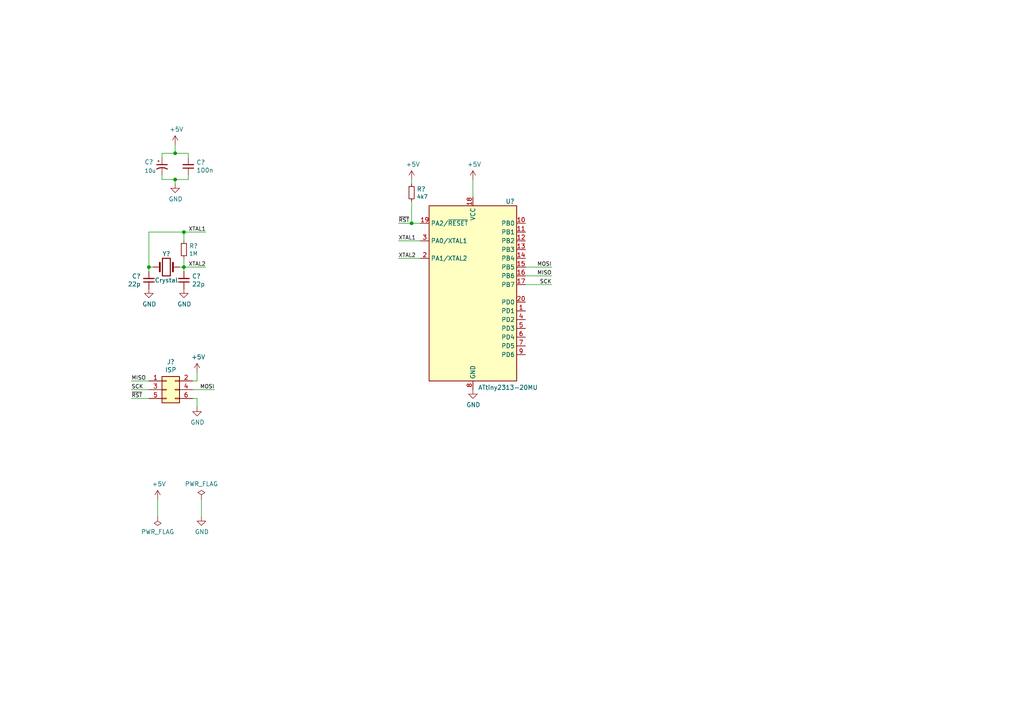
<source format=kicad_sch>
(kicad_sch (version 20211123) (generator eeschema)
  (paper "A4")
  (lib_symbols
    (symbol "Connector_Generic:Conn_02x03_Odd_Even" (pin_names (offset 1.016) hide)
      (property "Reference" "J" (at 1.27 5.08 0))
      (property "Value" "Conn_02x03_Odd_Even" (at 1.27 -5.08 0))
      (symbol "Conn_02x03_Odd_Even_1_1"
        (rectangle (start -1.27 -2.413) (end 0 -2.667) (stroke (width 0.1524)))
        (rectangle (start -1.27 0.127) (end 0 -0.127) (stroke (width 0.1524)))
        (rectangle (start -1.27 2.667) (end 0 2.413) (stroke (width 0.1524)))
        (rectangle (start -1.27 3.81) (end 3.81 -3.81) (stroke (width 0.254)) (fill (type background)))
        (rectangle (start 3.81 -2.413) (end 2.54 -2.667) (stroke (width 0.1524)))
        (rectangle (start 3.81 0.127) (end 2.54 -0.127) (stroke (width 0.1524)))
        (rectangle (start 3.81 2.667) (end 2.54 2.413) (stroke (width 0.1524)))
        (pin passive line (at -5.08 2.54 0) (length 3.81) (name "Pin_1") (number "1"))
        (pin passive line (at 7.62 2.54 180) (length 3.81) (name "Pin_2") (number "2"))
        (pin passive line (at -5.08 0 0) (length 3.81) (name "Pin_3") (number "3"))
        (pin passive line (at 7.62 0 180) (length 3.81) (name "Pin_4") (number "4"))
        (pin passive line (at -5.08 -2.54 0) (length 3.81) (name "Pin_5") (number "5"))
        (pin passive line (at 7.62 -2.54 180) (length 3.81) (name "Pin_6") (number "6"))
      )
    )
    (symbol "Device:CP1_Small" (pin_numbers hide) (pin_names (offset 0.254) hide)
      (property "Reference" "C" (at 0.254 1.778 0))
      (property "Value" "Device_CP1_Small" (at 0.254 -2.032 0))
      (symbol "CP1_Small_0_1"
        (polyline (pts (xy -1.524 0.508) (xy 1.524 0.508)) (stroke (width 0.3048)))
        (polyline (pts (xy -1.27 1.524) (xy -0.762 1.524)))
        (polyline (pts (xy -1.016 1.27) (xy -1.016 1.778)))
        (arc (start 1.524 -0.762) (mid 0 -0.3734) (end -1.524 -0.762) (stroke (width 0.3048)))
      )
      (symbol "CP1_Small_1_1"
        (pin passive line (at 0 2.54 270) (length 2.032) (name "~") (number "1"))
        (pin passive line (at 0 -2.54 90) (length 2.032) (name "~") (number "2"))
      )
    )
    (symbol "Device:C_Small" (pin_numbers hide) (pin_names (offset 0.254) hide)
      (property "Reference" "C" (at 0.254 1.778 0))
      (property "Value" "C_Small" (at 0.254 -2.032 0))
      (symbol "C_Small_0_1"
        (polyline (pts (xy -1.524 -0.508) (xy 1.524 -0.508)) (stroke (width 0.3302)))
        (polyline (pts (xy -1.524 0.508) (xy 1.524 0.508)) (stroke (width 0.3048)))
      )
      (symbol "C_Small_1_1"
        (pin passive line (at 0 2.54 270) (length 2.032) (name "~") (number "1"))
        (pin passive line (at 0 -2.54 90) (length 2.032) (name "~") (number "2"))
      )
    )
    (symbol "Device:Crystal" (pin_numbers hide) (pin_names (offset 1.016) hide)
      (property "Reference" "Y" (at 0 3.81 0))
      (property "Value" "Crystal" (at 0 -3.81 0))
      (symbol "Crystal_0_1"
        (rectangle (start -1.143 2.54) (end 1.143 -2.54) (stroke (width 0.3048)))
        (polyline (pts (xy -2.54 0) (xy -1.905 0)))
        (polyline (pts (xy -1.905 -1.27) (xy -1.905 1.27)) (stroke (width 0.508)))
        (polyline (pts (xy 1.905 -1.27) (xy 1.905 1.27)) (stroke (width 0.508)))
        (polyline (pts (xy 2.54 0) (xy 1.905 0)))
      )
      (symbol "Crystal_1_1"
        (pin passive line (at -3.81 0 0) (length 1.27) (name "1") (number "1"))
        (pin passive line (at 3.81 0 180) (length 1.27) (name "2") (number "2"))
      )
    )
    (symbol "Device:R_Small" (pin_numbers hide) (pin_names (offset 0.254) hide)
      (property "Reference" "R" (at 0.762 0.508 0))
      (property "Value" "R_Small" (at 0.762 -1.016 0))
      (symbol "R_Small_0_1"
        (rectangle (start -0.762 1.778) (end 0.762 -1.778) (stroke (width 0.2032)))
      )
      (symbol "R_Small_1_1"
        (pin passive line (at 0 2.54 270) (length 0.762) (name "~") (number "1"))
        (pin passive line (at 0 -2.54 90) (length 0.762) (name "~") (number "2"))
      )
    )
    (symbol "attiny2313-rescue:ATtiny2313-20MU-MCU_Microchip_ATtiny"
      (property "Reference" "U" (at -12.7 26.67 0))
      (property "Value" "ATtiny2313-20MU-MCU_Microchip_ATtiny" (at 2.54 -26.67 0))
      (symbol "ATtiny2313-20MU-MCU_Microchip_ATtiny_0_1"
        (rectangle (start -12.7 -25.4) (end 12.7 25.4) (stroke (width 0.254)) (fill (type background)))
      )
      (symbol "ATtiny2313-20MU-MCU_Microchip_ATtiny_1_1"
        (pin bidirectional line (at 15.24 -5.08 180) (length 2.54) (name "PD1") (number "1"))
        (pin bidirectional line (at 15.24 20.32 180) (length 2.54) (name "PB0") (number "10"))
        (pin bidirectional line (at 15.24 17.78 180) (length 2.54) (name "PB1") (number "11"))
        (pin bidirectional line (at 15.24 15.24 180) (length 2.54) (name "PB2") (number "12"))
        (pin bidirectional line (at 15.24 12.7 180) (length 2.54) (name "PB3") (number "13"))
        (pin bidirectional line (at 15.24 10.16 180) (length 2.54) (name "PB4") (number "14"))
        (pin bidirectional line (at 15.24 7.62 180) (length 2.54) (name "PB5") (number "15"))
        (pin bidirectional line (at 15.24 5.08 180) (length 2.54) (name "PB6") (number "16"))
        (pin bidirectional line (at 15.24 2.54 180) (length 2.54) (name "PB7") (number "17"))
        (pin power_in line (at 0 27.94 270) (length 2.54) (name "VCC") (number "18"))
        (pin input line (at -15.24 20.32 0) (length 2.54) (name "PA2/~{RESET}") (number "19"))
        (pin input line (at -15.24 10.16 0) (length 2.54) (name "PA1/XTAL2") (number "2"))
        (pin bidirectional line (at 15.24 -2.54 180) (length 2.54) (name "PD0") (number "20"))
        (pin passive line (at 0 -27.94 90) (length 2.54) hide (name "GND") (number "21"))
        (pin input line (at -15.24 15.24 0) (length 2.54) (name "PA0/XTAL1") (number "3"))
        (pin bidirectional line (at 15.24 -7.62 180) (length 2.54) (name "PD2") (number "4"))
        (pin bidirectional line (at 15.24 -10.16 180) (length 2.54) (name "PD3") (number "5"))
        (pin bidirectional line (at 15.24 -12.7 180) (length 2.54) (name "PD4") (number "6"))
        (pin bidirectional line (at 15.24 -15.24 180) (length 2.54) (name "PD5") (number "7"))
        (pin power_in line (at 0 -27.94 90) (length 2.54) (name "GND") (number "8"))
        (pin bidirectional line (at 15.24 -17.78 180) (length 2.54) (name "PD6") (number "9"))
      )
    )
    (symbol "power:+5V" (power) (pin_names (offset 0))
      (property "Value" "+5V" (at 0 3.556 0))
      (symbol "+5V_0_1"
        (polyline (pts (xy -0.762 1.27) (xy 0 2.54)))
        (polyline (pts (xy 0 0) (xy 0 2.54)))
        (polyline (pts (xy 0 2.54) (xy 0.762 1.27)))
      )
      (symbol "+5V_1_1"
        (pin power_in line (at 0 0 90) (length 0) hide (name "+5V") (number "1"))
      )
    )
    (symbol "power:GND" (power) (pin_names (offset 0))
      (property "Value" "GND" (at 0 -3.81 0))
      (symbol "GND_0_1"
        (polyline (pts (xy 0 0) (xy 0 -1.27) (xy 1.27 -1.27) (xy 0 -2.54) (xy -1.27 -1.27) (xy 0 -1.27)))
      )
      (symbol "GND_1_1"
        (pin power_in line (at 0 0 270) (length 0) hide (name "GND") (number "1"))
      )
    )
    (symbol "power:PWR_FLAG" (power) (pin_numbers hide) (pin_names (offset 0) hide)
      (property "Value" "PWR_FLAG" (at 0 3.81 0))
      (symbol "PWR_FLAG_0_0"
        (pin power_out line (at 0 0 90) (length 0) (name "pwr") (number "1"))
      )
      (symbol "PWR_FLAG_0_1"
        (polyline (pts (xy 0 0) (xy 0 1.27) (xy -1.016 1.905) (xy 0 2.54) (xy 1.016 1.905) (xy 0 1.27)))
      )
    )
  )
  (junction (at 53.34 67.31))
  (junction (at 53.34 77.47))
  (junction (at 50.8 52.07))
  (junction (at 50.8 44.45))
  (junction (at 43.18 77.47))
  (junction (at 119.38 64.77))
  (wire (pts (xy 54.61 44.45) (xy 54.61 45.72)))
  (wire (pts (xy 59.69 67.31) (xy 53.34 67.31)))
  (wire (pts (xy 152.4 82.55) (xy 160.02 82.55)))
  (wire (pts (xy 137.16 52.07) (xy 137.16 57.15)))
  (wire (pts (xy 119.38 58.42) (xy 119.38 64.77)))
  (wire (pts (xy 44.45 77.47) (xy 43.18 77.47)))
  (wire (pts (xy 152.4 77.47) (xy 160.02 77.47)))
  (wire (pts (xy 53.34 69.85) (xy 53.34 67.31)))
  (wire (pts (xy 50.8 44.45) (xy 54.61 44.45)))
  (wire (pts (xy 57.15 110.49) (xy 57.15 107.95)))
  (wire (pts (xy 50.8 52.07) (xy 54.61 52.07)))
  (wire (pts (xy 45.72 149.86) (xy 45.72 144.78)))
  (wire (pts (xy 121.92 74.93) (xy 115.57 74.93)))
  (wire (pts (xy 119.38 64.77) (xy 115.57 64.77)))
  (wire (pts (xy 121.92 64.77) (xy 119.38 64.77)))
  (wire (pts (xy 43.18 67.31) (xy 43.18 77.47)))
  (wire (pts (xy 53.34 77.47) (xy 59.69 77.47)))
  (wire (pts (xy 55.88 113.03) (xy 62.23 113.03)))
  (wire (pts (xy 54.61 52.07) (xy 54.61 50.8)))
  (wire (pts (xy 57.15 115.57) (xy 55.88 115.57)))
  (wire (pts (xy 119.38 52.07) (xy 119.38 53.34)))
  (wire (pts (xy 57.15 118.11) (xy 57.15 115.57)))
  (wire (pts (xy 46.99 45.72) (xy 46.99 44.45)))
  (wire (pts (xy 55.88 110.49) (xy 57.15 110.49)))
  (wire (pts (xy 43.18 110.49) (xy 38.1 110.49)))
  (wire (pts (xy 46.99 52.07) (xy 50.8 52.07)))
  (wire (pts (xy 52.07 77.47) (xy 53.34 77.47)))
  (wire (pts (xy 53.34 67.31) (xy 43.18 67.31)))
  (wire (pts (xy 50.8 52.07) (xy 50.8 53.34)))
  (wire (pts (xy 46.99 44.45) (xy 50.8 44.45)))
  (wire (pts (xy 46.99 50.8) (xy 46.99 52.07)))
  (wire (pts (xy 58.42 144.78) (xy 58.42 149.86)))
  (wire (pts (xy 50.8 41.91) (xy 50.8 44.45)))
  (wire (pts (xy 43.18 113.03) (xy 38.1 113.03)))
  (wire (pts (xy 53.34 74.93) (xy 53.34 77.47)))
  (wire (pts (xy 152.4 80.01) (xy 160.02 80.01)))
  (wire (pts (xy 53.34 77.47) (xy 53.34 78.74)))
  (wire (pts (xy 43.18 115.57) (xy 38.1 115.57)))
  (wire (pts (xy 121.92 69.85) (xy 115.57 69.85)))
  (wire (pts (xy 43.18 77.47) (xy 43.18 78.74)))
  (label "SCK" (at 160.02 82.55 180) (effects (font (size 1.1176 1.1176))))
  (label "MOSI" (at 62.23 113.03 180) (effects (font (size 1.1176 1.1176))))
  (label "~{RST}" (at 38.1 115.57 0) (effects (font (size 1.1176 1.1176))))
  (label "XTAL2" (at 115.57 74.93 0) (effects (font (size 1.1176 1.1176))))
  (label "XTAL1" (at 115.57 69.85 0) (effects (font (size 1.1176 1.1176))))
  (label "XTAL2" (at 59.69 77.47 180) (effects (font (size 1.1176 1.1176))))
  (label "MOSI" (at 160.02 77.47 180) (effects (font (size 1.1176 1.1176))))
  (label "XTAL1" (at 59.69 67.31 180) (effects (font (size 1.1176 1.1176))))
  (label "SCK" (at 38.1 113.03 0) (effects (font (size 1.1176 1.1176))))
  (label "MISO" (at 160.02 80.01 180) (effects (font (size 1.1176 1.1176))))
  (label "MISO" (at 38.1 110.49 0) (effects (font (size 1.1176 1.1176))))
  (label "~{RST}" (at 115.57 64.77 0) (effects (font (size 1.1176 1.1176))))
  (symbol (lib_id "power:GND") (at 43.18 83.82 0) (unit 1)
    (property "Reference" "#PWR?" (effects hide))
    (property "Value" "GND" (at 43.307 88.2142 0))
  )
  (symbol (lib_id "Device:Crystal") (at 48.26 77.47 0) (unit 1)
    (property "Reference" "Y?" (at 48.26 73.66 0))
    (property "Value" "Crystal" (at 48.26 81.28 0))
  )
  (symbol (lib_id "Device:C_Small") (at 43.18 81.28 0) (mirror x) (unit 1)
    (property "Reference" "C?" (at 40.8432 80.1116 0) (effects (justify right)))
    (property "Value" "22p" (at 40.8432 82.423 0) (effects (justify right)))
  )
  (symbol (lib_id "Connector_Generic:Conn_02x03_Odd_Even") (at 48.26 113.03 0) (unit 1)
    (property "Reference" "J?" (at 49.53 104.9782 0))
    (property "Value" "ISP" (at 49.53 107.2896 0))
  )
  (symbol (lib_id "power:GND") (at 57.15 118.11 0) (unit 1)
    (property "Reference" "#PWR?" (effects hide))
    (property "Value" "GND" (at 57.277 122.5042 0))
  )
  (symbol (lib_id "power:+5V") (at 57.15 107.95 0) (unit 1)
    (property "Reference" "#PWR?" (effects hide))
    (property "Value" "+5V" (at 57.531 103.5558 0))
  )
  (symbol (lib_id "Device:C_Small") (at 53.34 81.28 180) (unit 1)
    (property "Reference" "C?" (at 55.6768 80.1116 0) (effects (justify right)))
    (property "Value" "22p" (at 55.6768 82.423 0) (effects (justify right)))
  )
  (symbol (lib_id "power:GND") (at 53.34 83.82 0) (unit 1)
    (property "Reference" "#PWR?" (effects hide))
    (property "Value" "GND" (at 53.467 88.2142 0))
  )
  (symbol (lib_id "Device:R_Small") (at 53.34 72.39 0) (unit 1)
    (property "Reference" "R?" (at 54.8386 71.3486 0) (effects (justify left)))
    (property "Value" "1M" (at 54.8386 73.5584 0) (effects (font (size 1.1176 1.1176)) (justify left)))
  )
  (symbol (lib_id "power:GND") (at 137.16 113.03 0) (unit 1)
    (property "Reference" "#PWR?" (effects hide))
    (property "Value" "GND" (at 137.287 117.4242 0))
  )
  (symbol (lib_id "power:+5V") (at 137.16 52.07 0) (unit 1)
    (property "Reference" "#PWR?" (effects hide))
    (property "Value" "+5V" (at 137.541 47.6758 0))
  )
  (symbol (lib_id "Device:R_Small") (at 119.38 55.88 0) (unit 1)
    (property "Reference" "R?" (at 120.8786 54.8386 0) (effects (justify left)))
    (property "Value" "4k7" (at 120.8786 57.0484 0) (effects (font (size 1.1176 1.1176)) (justify left)))
  )
  (symbol (lib_id "power:+5V") (at 119.38 52.07 0) (unit 1)
    (property "Reference" "#PWR?" (effects hide))
    (property "Value" "+5V" (at 119.761 47.6758 0))
  )
  (symbol (lib_id "power:PWR_FLAG") (at 45.72 149.86 0) (mirror x) (unit 1)
    (property "Reference" "#FLG?" (effects hide))
    (property "Value" "PWR_FLAG" (at 45.72 154.2542 0))
  )
  (symbol (lib_id "power:PWR_FLAG") (at 58.42 144.78 0) (unit 1)
    (property "Reference" "#FLG?" (effects hide))
    (property "Value" "PWR_FLAG" (at 58.42 140.3604 0))
  )
  (symbol (lib_id "power:GND") (at 58.42 149.86 0) (unit 1)
    (property "Reference" "#PWR?" (effects hide))
    (property "Value" "GND" (at 58.547 154.2542 0))
  )
  (symbol (lib_id "power:+5V") (at 45.72 144.78 0) (unit 1)
    (property "Reference" "#PWR?" (effects hide))
    (property "Value" "+5V" (at 46.101 140.3858 0))
  )
  (symbol (lib_id "Device:CP1_Small") (at 46.99 48.26 0) (unit 1)
    (property "Reference" "C?" (at 41.91 46.99 0) (effects (justify left)))
    (property "Value" "10u" (at 41.91 49.53 0) (effects (font (size 1.1176 1.1176)) (justify left)))
  )
  (symbol (lib_id "power:GND") (at 50.8 53.34 0) (unit 1)
    (property "Reference" "#PWR?" (effects hide))
    (property "Value" "GND" (at 50.927 57.7342 0))
  )
  (symbol (lib_id "power:+5V") (at 50.8 41.91 0) (unit 1)
    (property "Reference" "#PWR?" (effects hide))
    (property "Value" "+5V" (at 51.181 37.5158 0))
  )
  (symbol (lib_id "Device:C_Small") (at 54.61 48.26 180) (unit 1)
    (property "Reference" "C?" (at 56.9468 47.0916 0) (effects (justify right)))
    (property "Value" "100n" (at 56.9468 49.403 0) (effects (justify right)))
  )
  (symbol (lib_id "attiny2313-rescue:ATtiny2313-20MU-MCU_Microchip_ATtiny") (at 137.16 85.09 0) (unit 1)
    (property "Reference" "U?" (at 147.955 58.42 0))
    (property "Value" "ATtiny2313-20MU" (at 147.32 112.395 0))
    (property "Footprint" "Package_DFN_QFN:QFN-20-1EP_4x4mm_P0.5mm_EP2.25x2.25mm" (effects hide))
    (property "Datasheet" "http://ww1.microchip.com/downloads/en/DeviceDoc/Atmel-2543-AVR-ATtiny2313_Datasheet.pdf" (effects hide))
  )
)
</source>
